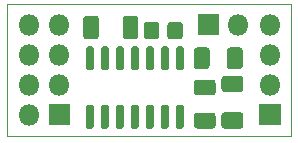
<source format=gbr>
G04 #@! TF.GenerationSoftware,KiCad,Pcbnew,(5.1.9)-1*
G04 #@! TF.CreationDate,2021-04-09T17:17:31+02:00*
G04 #@! TF.ProjectId,Token,546f6b65-6e2e-46b6-9963-61645f706362,rev?*
G04 #@! TF.SameCoordinates,Original*
G04 #@! TF.FileFunction,Soldermask,Top*
G04 #@! TF.FilePolarity,Negative*
%FSLAX46Y46*%
G04 Gerber Fmt 4.6, Leading zero omitted, Abs format (unit mm)*
G04 Created by KiCad (PCBNEW (5.1.9)-1) date 2021-04-09 17:17:31*
%MOMM*%
%LPD*%
G01*
G04 APERTURE LIST*
G04 #@! TA.AperFunction,Profile*
%ADD10C,0.050000*%
G04 #@! TD*
%ADD11O,1.802000X1.802000*%
G04 APERTURE END LIST*
D10*
X161988500Y-47688500D02*
X158115000Y-47688500D01*
X161988500Y-36512500D02*
X161988500Y-47688500D01*
X158115000Y-36512500D02*
X161988500Y-36512500D01*
X137985500Y-36512500D02*
X138049000Y-36512500D01*
X137985500Y-47688500D02*
X137985500Y-36512500D01*
X158115000Y-47688500D02*
X137985500Y-47688500D01*
X138049000Y-36512500D02*
X158115000Y-36512500D01*
X161988500Y-47688500D02*
X158115000Y-47688500D01*
X161988500Y-36512500D02*
X161988500Y-47688500D01*
X158115000Y-36512500D02*
X161988500Y-36512500D01*
X137985500Y-36512500D02*
X138049000Y-36512500D01*
X137985500Y-47688500D02*
X137985500Y-36512500D01*
X158115000Y-47688500D02*
X137985500Y-47688500D01*
X138049000Y-36512500D02*
X158115000Y-36512500D01*
G04 #@! TO.C,C1*
G36*
G01*
X157908000Y-40492400D02*
X157908000Y-41803600D01*
G75*
G02*
X157637600Y-42074000I-270400J0D01*
G01*
X156826400Y-42074000D01*
G75*
G02*
X156556000Y-41803600I0J270400D01*
G01*
X156556000Y-40492400D01*
G75*
G02*
X156826400Y-40222000I270400J0D01*
G01*
X157637600Y-40222000D01*
G75*
G02*
X157908000Y-40492400I0J-270400D01*
G01*
G37*
G36*
G01*
X155108000Y-40492400D02*
X155108000Y-41803600D01*
G75*
G02*
X154837600Y-42074000I-270400J0D01*
G01*
X154026400Y-42074000D01*
G75*
G02*
X153756000Y-41803600I0J270400D01*
G01*
X153756000Y-40492400D01*
G75*
G02*
X154026400Y-40222000I270400J0D01*
G01*
X154837600Y-40222000D01*
G75*
G02*
X155108000Y-40492400I0J-270400D01*
G01*
G37*
G04 #@! TD*
G04 #@! TO.C,C2*
G36*
G01*
X154030400Y-42942500D02*
X155341600Y-42942500D01*
G75*
G02*
X155612000Y-43212900I0J-270400D01*
G01*
X155612000Y-44024100D01*
G75*
G02*
X155341600Y-44294500I-270400J0D01*
G01*
X154030400Y-44294500D01*
G75*
G02*
X153760000Y-44024100I0J270400D01*
G01*
X153760000Y-43212900D01*
G75*
G02*
X154030400Y-42942500I270400J0D01*
G01*
G37*
G36*
G01*
X154030400Y-45742500D02*
X155341600Y-45742500D01*
G75*
G02*
X155612000Y-46012900I0J-270400D01*
G01*
X155612000Y-46824100D01*
G75*
G02*
X155341600Y-47094500I-270400J0D01*
G01*
X154030400Y-47094500D01*
G75*
G02*
X153760000Y-46824100I0J270400D01*
G01*
X153760000Y-46012900D01*
G75*
G02*
X154030400Y-45742500I270400J0D01*
G01*
G37*
G04 #@! TD*
G04 #@! TO.C,D1*
G36*
G01*
X144411000Y-39274684D02*
X144411000Y-37814316D01*
G75*
G02*
X144681816Y-37543500I270816J0D01*
G01*
X145467184Y-37543500D01*
G75*
G02*
X145738000Y-37814316I0J-270816D01*
G01*
X145738000Y-39274684D01*
G75*
G02*
X145467184Y-39545500I-270816J0D01*
G01*
X144681816Y-39545500D01*
G75*
G02*
X144411000Y-39274684I0J270816D01*
G01*
G37*
G36*
G01*
X147736000Y-39274684D02*
X147736000Y-37814316D01*
G75*
G02*
X148006816Y-37543500I270816J0D01*
G01*
X148792184Y-37543500D01*
G75*
G02*
X149063000Y-37814316I0J-270816D01*
G01*
X149063000Y-39274684D01*
G75*
G02*
X148792184Y-39545500I-270816J0D01*
G01*
X148006816Y-39545500D01*
G75*
G02*
X147736000Y-39274684I0J270816D01*
G01*
G37*
G04 #@! TD*
D11*
G04 #@! TO.C,J2*
X160210500Y-38290500D03*
X160210500Y-40830500D03*
X160210500Y-43370500D03*
G36*
G01*
X161111500Y-45060500D02*
X161111500Y-46760500D01*
G75*
G02*
X161060500Y-46811500I-51000J0D01*
G01*
X159360500Y-46811500D01*
G75*
G02*
X159309500Y-46760500I0J51000D01*
G01*
X159309500Y-45060500D01*
G75*
G02*
X159360500Y-45009500I51000J0D01*
G01*
X161060500Y-45009500D01*
G75*
G02*
X161111500Y-45060500I0J-51000D01*
G01*
G37*
G04 #@! TD*
G04 #@! TO.C,R2*
G36*
G01*
X157691885Y-47119500D02*
X156379115Y-47119500D01*
G75*
G02*
X156109500Y-46849885I0J269615D01*
G01*
X156109500Y-45987115D01*
G75*
G02*
X156379115Y-45717500I269615J0D01*
G01*
X157691885Y-45717500D01*
G75*
G02*
X157961500Y-45987115I0J-269615D01*
G01*
X157961500Y-46849885D01*
G75*
G02*
X157691885Y-47119500I-269615J0D01*
G01*
G37*
G36*
G01*
X157691885Y-44019500D02*
X156379115Y-44019500D01*
G75*
G02*
X156109500Y-43749885I0J269615D01*
G01*
X156109500Y-42887115D01*
G75*
G02*
X156379115Y-42617500I269615J0D01*
G01*
X157691885Y-42617500D01*
G75*
G02*
X157961500Y-42887115I0J-269615D01*
G01*
X157961500Y-43749885D01*
G75*
G02*
X157691885Y-44019500I-269615J0D01*
G01*
G37*
G04 #@! TD*
G04 #@! TO.C,J4*
G36*
G01*
X141466000Y-46760500D02*
X141466000Y-45060500D01*
G75*
G02*
X141517000Y-45009500I51000J0D01*
G01*
X143217000Y-45009500D01*
G75*
G02*
X143268000Y-45060500I0J-51000D01*
G01*
X143268000Y-46760500D01*
G75*
G02*
X143217000Y-46811500I-51000J0D01*
G01*
X141517000Y-46811500D01*
G75*
G02*
X141466000Y-46760500I0J51000D01*
G01*
G37*
X139827000Y-45910500D03*
X142367000Y-43370500D03*
X139827000Y-43370500D03*
X142367000Y-40830500D03*
X139827000Y-40830500D03*
X142367000Y-38290500D03*
X139827000Y-38290500D03*
G04 #@! TD*
G04 #@! TO.C,U1*
G36*
G01*
X152415000Y-40125000D02*
X152766000Y-40125000D01*
G75*
G02*
X152941500Y-40300500I0J-175500D01*
G01*
X152941500Y-42001500D01*
G75*
G02*
X152766000Y-42177000I-175500J0D01*
G01*
X152415000Y-42177000D01*
G75*
G02*
X152239500Y-42001500I0J175500D01*
G01*
X152239500Y-40300500D01*
G75*
G02*
X152415000Y-40125000I175500J0D01*
G01*
G37*
G36*
G01*
X151145000Y-40125000D02*
X151496000Y-40125000D01*
G75*
G02*
X151671500Y-40300500I0J-175500D01*
G01*
X151671500Y-42001500D01*
G75*
G02*
X151496000Y-42177000I-175500J0D01*
G01*
X151145000Y-42177000D01*
G75*
G02*
X150969500Y-42001500I0J175500D01*
G01*
X150969500Y-40300500D01*
G75*
G02*
X151145000Y-40125000I175500J0D01*
G01*
G37*
G36*
G01*
X149875000Y-40125000D02*
X150226000Y-40125000D01*
G75*
G02*
X150401500Y-40300500I0J-175500D01*
G01*
X150401500Y-42001500D01*
G75*
G02*
X150226000Y-42177000I-175500J0D01*
G01*
X149875000Y-42177000D01*
G75*
G02*
X149699500Y-42001500I0J175500D01*
G01*
X149699500Y-40300500D01*
G75*
G02*
X149875000Y-40125000I175500J0D01*
G01*
G37*
G36*
G01*
X148605000Y-40125000D02*
X148956000Y-40125000D01*
G75*
G02*
X149131500Y-40300500I0J-175500D01*
G01*
X149131500Y-42001500D01*
G75*
G02*
X148956000Y-42177000I-175500J0D01*
G01*
X148605000Y-42177000D01*
G75*
G02*
X148429500Y-42001500I0J175500D01*
G01*
X148429500Y-40300500D01*
G75*
G02*
X148605000Y-40125000I175500J0D01*
G01*
G37*
G36*
G01*
X147335000Y-40125000D02*
X147686000Y-40125000D01*
G75*
G02*
X147861500Y-40300500I0J-175500D01*
G01*
X147861500Y-42001500D01*
G75*
G02*
X147686000Y-42177000I-175500J0D01*
G01*
X147335000Y-42177000D01*
G75*
G02*
X147159500Y-42001500I0J175500D01*
G01*
X147159500Y-40300500D01*
G75*
G02*
X147335000Y-40125000I175500J0D01*
G01*
G37*
G36*
G01*
X146065000Y-40125000D02*
X146416000Y-40125000D01*
G75*
G02*
X146591500Y-40300500I0J-175500D01*
G01*
X146591500Y-42001500D01*
G75*
G02*
X146416000Y-42177000I-175500J0D01*
G01*
X146065000Y-42177000D01*
G75*
G02*
X145889500Y-42001500I0J175500D01*
G01*
X145889500Y-40300500D01*
G75*
G02*
X146065000Y-40125000I175500J0D01*
G01*
G37*
G36*
G01*
X144795000Y-40125000D02*
X145146000Y-40125000D01*
G75*
G02*
X145321500Y-40300500I0J-175500D01*
G01*
X145321500Y-42001500D01*
G75*
G02*
X145146000Y-42177000I-175500J0D01*
G01*
X144795000Y-42177000D01*
G75*
G02*
X144619500Y-42001500I0J175500D01*
G01*
X144619500Y-40300500D01*
G75*
G02*
X144795000Y-40125000I175500J0D01*
G01*
G37*
G36*
G01*
X144795000Y-45075000D02*
X145146000Y-45075000D01*
G75*
G02*
X145321500Y-45250500I0J-175500D01*
G01*
X145321500Y-46951500D01*
G75*
G02*
X145146000Y-47127000I-175500J0D01*
G01*
X144795000Y-47127000D01*
G75*
G02*
X144619500Y-46951500I0J175500D01*
G01*
X144619500Y-45250500D01*
G75*
G02*
X144795000Y-45075000I175500J0D01*
G01*
G37*
G36*
G01*
X146065000Y-45075000D02*
X146416000Y-45075000D01*
G75*
G02*
X146591500Y-45250500I0J-175500D01*
G01*
X146591500Y-46951500D01*
G75*
G02*
X146416000Y-47127000I-175500J0D01*
G01*
X146065000Y-47127000D01*
G75*
G02*
X145889500Y-46951500I0J175500D01*
G01*
X145889500Y-45250500D01*
G75*
G02*
X146065000Y-45075000I175500J0D01*
G01*
G37*
G36*
G01*
X147335000Y-45075000D02*
X147686000Y-45075000D01*
G75*
G02*
X147861500Y-45250500I0J-175500D01*
G01*
X147861500Y-46951500D01*
G75*
G02*
X147686000Y-47127000I-175500J0D01*
G01*
X147335000Y-47127000D01*
G75*
G02*
X147159500Y-46951500I0J175500D01*
G01*
X147159500Y-45250500D01*
G75*
G02*
X147335000Y-45075000I175500J0D01*
G01*
G37*
G36*
G01*
X148605000Y-45075000D02*
X148956000Y-45075000D01*
G75*
G02*
X149131500Y-45250500I0J-175500D01*
G01*
X149131500Y-46951500D01*
G75*
G02*
X148956000Y-47127000I-175500J0D01*
G01*
X148605000Y-47127000D01*
G75*
G02*
X148429500Y-46951500I0J175500D01*
G01*
X148429500Y-45250500D01*
G75*
G02*
X148605000Y-45075000I175500J0D01*
G01*
G37*
G36*
G01*
X149875000Y-45075000D02*
X150226000Y-45075000D01*
G75*
G02*
X150401500Y-45250500I0J-175500D01*
G01*
X150401500Y-46951500D01*
G75*
G02*
X150226000Y-47127000I-175500J0D01*
G01*
X149875000Y-47127000D01*
G75*
G02*
X149699500Y-46951500I0J175500D01*
G01*
X149699500Y-45250500D01*
G75*
G02*
X149875000Y-45075000I175500J0D01*
G01*
G37*
G36*
G01*
X151145000Y-45075000D02*
X151496000Y-45075000D01*
G75*
G02*
X151671500Y-45250500I0J-175500D01*
G01*
X151671500Y-46951500D01*
G75*
G02*
X151496000Y-47127000I-175500J0D01*
G01*
X151145000Y-47127000D01*
G75*
G02*
X150969500Y-46951500I0J175500D01*
G01*
X150969500Y-45250500D01*
G75*
G02*
X151145000Y-45075000I175500J0D01*
G01*
G37*
G36*
G01*
X152415000Y-45075000D02*
X152766000Y-45075000D01*
G75*
G02*
X152941500Y-45250500I0J-175500D01*
G01*
X152941500Y-46951500D01*
G75*
G02*
X152766000Y-47127000I-175500J0D01*
G01*
X152415000Y-47127000D01*
G75*
G02*
X152239500Y-46951500I0J175500D01*
G01*
X152239500Y-45250500D01*
G75*
G02*
X152415000Y-45075000I175500J0D01*
G01*
G37*
G04 #@! TD*
G04 #@! TO.C,J1*
G36*
G01*
X155853500Y-39191500D02*
X154153500Y-39191500D01*
G75*
G02*
X154102500Y-39140500I0J51000D01*
G01*
X154102500Y-37440500D01*
G75*
G02*
X154153500Y-37389500I51000J0D01*
G01*
X155853500Y-37389500D01*
G75*
G02*
X155904500Y-37440500I0J-51000D01*
G01*
X155904500Y-39140500D01*
G75*
G02*
X155853500Y-39191500I-51000J0D01*
G01*
G37*
X157543500Y-38290500D03*
G04 #@! TD*
G04 #@! TO.C,R1*
G36*
G01*
X149526500Y-39278252D02*
X149526500Y-38318748D01*
G75*
G02*
X149797748Y-38047500I271248J0D01*
G01*
X150557252Y-38047500D01*
G75*
G02*
X150828500Y-38318748I0J-271248D01*
G01*
X150828500Y-39278252D01*
G75*
G02*
X150557252Y-39549500I-271248J0D01*
G01*
X149797748Y-39549500D01*
G75*
G02*
X149526500Y-39278252I0J271248D01*
G01*
G37*
G36*
G01*
X151526500Y-39278252D02*
X151526500Y-38318748D01*
G75*
G02*
X151797748Y-38047500I271248J0D01*
G01*
X152557252Y-38047500D01*
G75*
G02*
X152828500Y-38318748I0J-271248D01*
G01*
X152828500Y-39278252D01*
G75*
G02*
X152557252Y-39549500I-271248J0D01*
G01*
X151797748Y-39549500D01*
G75*
G02*
X151526500Y-39278252I0J271248D01*
G01*
G37*
G04 #@! TD*
M02*

</source>
